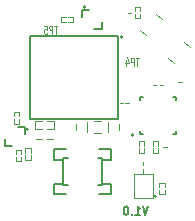
<source format=gbr>
G04 #@! TF.FileFunction,Legend,Bot*
%FSLAX46Y46*%
G04 Gerber Fmt 4.6, Leading zero omitted, Abs format (unit mm)*
G04 Created by KiCad (PCBNEW 4.0.2+dfsg1-2~bpo8+1-stable) date jue 23 mar 2017 16:55:10 ART*
%MOMM*%
G01*
G04 APERTURE LIST*
%ADD10C,0.100000*%
%ADD11C,0.175000*%
%ADD12C,0.101600*%
%ADD13C,0.150000*%
%ADD14C,0.127000*%
%ADD15C,0.198120*%
G04 APERTURE END LIST*
D10*
D11*
X88916666Y-73916667D02*
X88683333Y-74616667D01*
X88450000Y-73916667D01*
X87850000Y-74616667D02*
X88250000Y-74616667D01*
X88050000Y-74616667D02*
X88050000Y-73916667D01*
X88116666Y-74016667D01*
X88183333Y-74083333D01*
X88250000Y-74116667D01*
X87549999Y-74550000D02*
X87516666Y-74583333D01*
X87549999Y-74616667D01*
X87583333Y-74583333D01*
X87549999Y-74550000D01*
X87549999Y-74616667D01*
X87083333Y-73916667D02*
X87016666Y-73916667D01*
X86950000Y-73950000D01*
X86916666Y-73983333D01*
X86883333Y-74050000D01*
X86850000Y-74183333D01*
X86850000Y-74350000D01*
X86883333Y-74483333D01*
X86916666Y-74550000D01*
X86950000Y-74583333D01*
X87016666Y-74616667D01*
X87083333Y-74616667D01*
X87150000Y-74583333D01*
X87183333Y-74550000D01*
X87216666Y-74483333D01*
X87250000Y-74350000D01*
X87250000Y-74183333D01*
X87216666Y-74050000D01*
X87183333Y-73983333D01*
X87150000Y-73950000D01*
X87083333Y-73916667D01*
D12*
X89330000Y-68400000D02*
X89330000Y-68800000D01*
X89770000Y-68400000D02*
X89330000Y-68400000D01*
X89770000Y-68800000D02*
X89770000Y-68400000D01*
X89770000Y-69000000D02*
X89770000Y-69400000D01*
X89330000Y-69000000D02*
X89330000Y-69400000D01*
X89770000Y-69400000D02*
X89330000Y-69400000D01*
D13*
X78775843Y-67390400D02*
G75*
G03X78775843Y-67390400I-80322J0D01*
G01*
D14*
X78462800Y-67187200D02*
X77878600Y-67187200D01*
X76837200Y-68203200D02*
X76837200Y-68838200D01*
X76862600Y-68838200D02*
X77421400Y-68838200D01*
X78462800Y-67771400D02*
X78462800Y-67187200D01*
D12*
X77580000Y-65900000D02*
X77580000Y-66300000D01*
X78020000Y-65900000D02*
X77580000Y-65900000D01*
X78020000Y-66300000D02*
X78020000Y-65900000D01*
X78020000Y-66500000D02*
X78020000Y-66900000D01*
X77580000Y-66500000D02*
X77580000Y-66900000D01*
X78020000Y-66900000D02*
X77580000Y-66900000D01*
D10*
X89620368Y-57605369D02*
X90091655Y-58076656D01*
X88255369Y-58970368D02*
X88726656Y-59441655D01*
X91083796Y-61798795D02*
X90621490Y-61336489D01*
X92448795Y-60433796D02*
X91968528Y-59953529D01*
D12*
X87830000Y-57000000D02*
X87830000Y-57400000D01*
X88270000Y-57000000D02*
X87830000Y-57000000D01*
X88270000Y-57400000D02*
X88270000Y-57000000D01*
X88270000Y-57600000D02*
X88270000Y-58000000D01*
X87830000Y-57600000D02*
X87830000Y-58000000D01*
X88270000Y-58000000D02*
X87830000Y-58000000D01*
X87500000Y-57500000D02*
X87200000Y-57500000D01*
X87000000Y-65200000D02*
X87300000Y-65200000D01*
X86500000Y-65200000D02*
X86800000Y-65200000D01*
X88490000Y-70150000D02*
X88490000Y-70450000D01*
X88490000Y-70750000D02*
X88490000Y-71050000D01*
X90320000Y-72900000D02*
X90320000Y-72500000D01*
X89880000Y-72900000D02*
X90320000Y-72900000D01*
X89880000Y-72500000D02*
X89880000Y-72900000D01*
X89880000Y-72300000D02*
X89880000Y-71900000D01*
X90320000Y-72300000D02*
X90320000Y-71900000D01*
X89880000Y-71900000D02*
X90320000Y-71900000D01*
X78970000Y-70000000D02*
X78970000Y-69600000D01*
X78530000Y-70000000D02*
X78970000Y-70000000D01*
X78530000Y-69600000D02*
X78530000Y-70000000D01*
X78530000Y-69400000D02*
X78530000Y-69000000D01*
X78970000Y-69400000D02*
X78970000Y-69000000D01*
X78530000Y-69000000D02*
X78970000Y-69000000D01*
D13*
X89587842Y-73038200D02*
G75*
G03X89587842Y-73038200I-71842J0D01*
G01*
D10*
X87700000Y-73200000D02*
X89300000Y-73200000D01*
X87700000Y-71200000D02*
X89300000Y-71200000D01*
X87700000Y-73200000D02*
X87700000Y-71200000D01*
X89300000Y-73200000D02*
X89300000Y-71200000D01*
X83750000Y-66800000D02*
X83750000Y-67600000D01*
X84350000Y-67700000D02*
X84950000Y-67700000D01*
X85550000Y-67600000D02*
X85550000Y-66800000D01*
X84950000Y-66700000D02*
X84350000Y-66700000D01*
D12*
X86450000Y-67450000D02*
X86450000Y-66950000D01*
X82850000Y-66950000D02*
X82850000Y-67450000D01*
X80970000Y-66680000D02*
X80350000Y-66680000D01*
X80970000Y-67320000D02*
X80970000Y-66680000D01*
X80350000Y-67320000D02*
X80970000Y-67320000D01*
X79330000Y-66680000D02*
X79950000Y-66680000D01*
X79330000Y-67320000D02*
X79330000Y-66680000D01*
X79950000Y-67320000D02*
X79330000Y-67320000D01*
X79900000Y-68200000D02*
X79400000Y-68200000D01*
X80900000Y-68200000D02*
X80400000Y-68200000D01*
X91750000Y-63390000D02*
X91450000Y-63390000D01*
X89600000Y-63600000D02*
X89300000Y-63600000D01*
X88130000Y-68400000D02*
X88130000Y-68800000D01*
X88570000Y-68400000D02*
X88130000Y-68400000D01*
X88570000Y-68800000D02*
X88570000Y-68400000D01*
X88570000Y-69000000D02*
X88570000Y-69400000D01*
X88130000Y-69000000D02*
X88130000Y-69400000D01*
X88570000Y-69400000D02*
X88130000Y-69400000D01*
X90200000Y-63600000D02*
X89900000Y-63600000D01*
X90500000Y-68900000D02*
X90200000Y-68900000D01*
X78170000Y-70100000D02*
X78170000Y-69700000D01*
X77730000Y-70100000D02*
X78170000Y-70100000D01*
X77730000Y-69700000D02*
X77730000Y-70100000D01*
X77730000Y-69500000D02*
X77730000Y-69100000D01*
X78170000Y-69500000D02*
X78170000Y-69100000D01*
X77730000Y-69100000D02*
X78170000Y-69100000D01*
D15*
X82003000Y-69095000D02*
X80987000Y-69095000D01*
X82130000Y-72143000D02*
X81749000Y-72143000D01*
X80987000Y-72905000D02*
X80987000Y-72016000D01*
X85813000Y-69984000D02*
X85051000Y-69984000D01*
X85051000Y-72016000D02*
X85813000Y-72016000D01*
X81749000Y-72016000D02*
X80987000Y-72016000D01*
X81749000Y-69984000D02*
X80987000Y-69984000D01*
X85051000Y-72143000D02*
X85051000Y-69801120D01*
X81749000Y-69857000D02*
X81749000Y-72143000D01*
X85813000Y-69095000D02*
X84797000Y-69095000D01*
X85813000Y-72905000D02*
X84797000Y-72905000D01*
X82003000Y-72905000D02*
X80987000Y-72905000D01*
X80987000Y-69984000D02*
X80987000Y-69095000D01*
X85813000Y-69984000D02*
X85813000Y-69095000D01*
X85813000Y-72905000D02*
X85813000Y-72016000D01*
X85051000Y-69801120D02*
X84670000Y-69801120D01*
X82130000Y-69857000D02*
X81749000Y-69857000D01*
X85051000Y-72143000D02*
X84670000Y-72143000D01*
D13*
X86755322Y-59571000D02*
G75*
G03X86755322Y-59571000I-80322J0D01*
G01*
D14*
X78930000Y-66500000D02*
X86330000Y-66500000D01*
X86330000Y-66500000D02*
X86330000Y-59500000D01*
X86330000Y-59500000D02*
X78930000Y-59500000D01*
X78930000Y-59500000D02*
X78930000Y-66500000D01*
D13*
X87667200Y-67891000D02*
G75*
G03X87667200Y-67891000I-76200J0D01*
G01*
D14*
X88200000Y-67790000D02*
X88450000Y-67790000D01*
X88200000Y-67540000D02*
X88200000Y-67790000D01*
X88200000Y-64690000D02*
X88200000Y-64940000D01*
X88450000Y-64690000D02*
X88200000Y-64690000D01*
X91300000Y-67540000D02*
X91300000Y-67790000D01*
X91300000Y-67790000D02*
X91050000Y-67790000D01*
X91300000Y-64690000D02*
X91300000Y-64940000D01*
X91300000Y-64690000D02*
X91050000Y-64690000D01*
D13*
X83620722Y-57054479D02*
G75*
G03X83620722Y-57054479I-80322J0D01*
G01*
D14*
X83337200Y-57287200D02*
X83337200Y-57871400D01*
X84353200Y-58912800D02*
X84988200Y-58912800D01*
X84988200Y-58887400D02*
X84988200Y-58328600D01*
X83921400Y-57287200D02*
X83337200Y-57287200D01*
D12*
X81550000Y-58320000D02*
X81950000Y-58320000D01*
X81550000Y-57880000D02*
X81550000Y-58320000D01*
X81950000Y-57880000D02*
X81550000Y-57880000D01*
X82150000Y-57880000D02*
X82550000Y-57880000D01*
X82150000Y-58320000D02*
X82550000Y-58320000D01*
X82550000Y-57880000D02*
X82550000Y-58320000D01*
X88126943Y-61310533D02*
X87865686Y-61310533D01*
X87996315Y-62021733D02*
X87996315Y-61310533D01*
X87713286Y-62021733D02*
X87713286Y-61310533D01*
X87539114Y-61310533D01*
X87495572Y-61344400D01*
X87473800Y-61378267D01*
X87452029Y-61446000D01*
X87452029Y-61547600D01*
X87473800Y-61615333D01*
X87495572Y-61649200D01*
X87539114Y-61683067D01*
X87713286Y-61683067D01*
X87060143Y-61547600D02*
X87060143Y-62021733D01*
X87169000Y-61276667D02*
X87277857Y-61784667D01*
X86994829Y-61784667D01*
X81226943Y-58610533D02*
X80965686Y-58610533D01*
X81096315Y-59321733D02*
X81096315Y-58610533D01*
X80813286Y-59321733D02*
X80813286Y-58610533D01*
X80639114Y-58610533D01*
X80595572Y-58644400D01*
X80573800Y-58678267D01*
X80552029Y-58746000D01*
X80552029Y-58847600D01*
X80573800Y-58915333D01*
X80595572Y-58949200D01*
X80639114Y-58983067D01*
X80813286Y-58983067D01*
X80138372Y-58610533D02*
X80356086Y-58610533D01*
X80377857Y-58949200D01*
X80356086Y-58915333D01*
X80312543Y-58881467D01*
X80203686Y-58881467D01*
X80160143Y-58915333D01*
X80138372Y-58949200D01*
X80116600Y-59016933D01*
X80116600Y-59186267D01*
X80138372Y-59254000D01*
X80160143Y-59287867D01*
X80203686Y-59321733D01*
X80312543Y-59321733D01*
X80356086Y-59287867D01*
X80377857Y-59254000D01*
M02*

</source>
